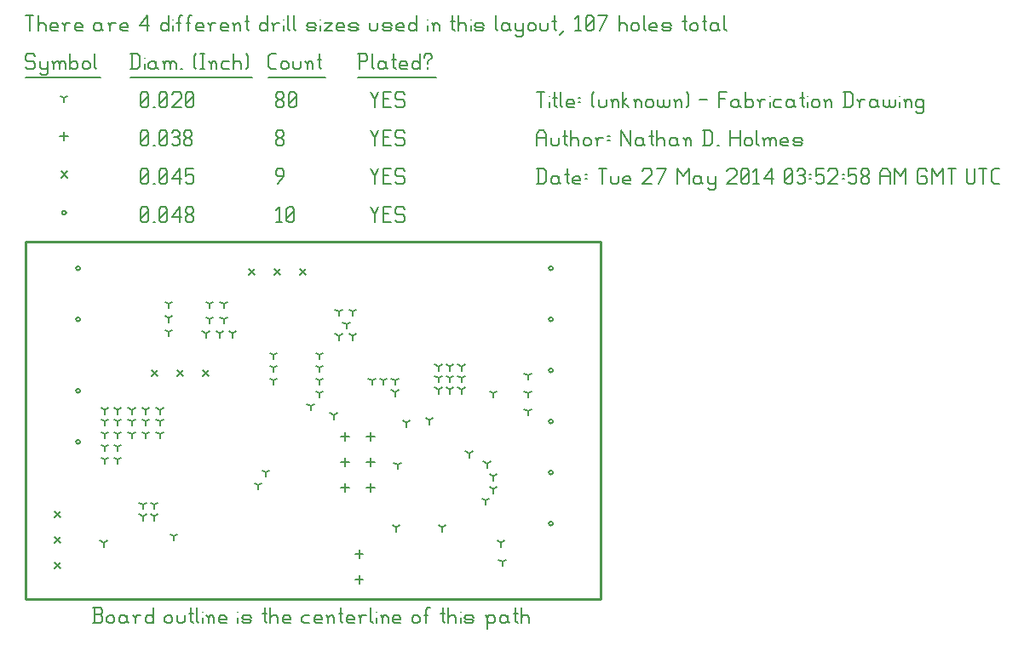
<source format=gbr>
G04 start of page 12 for group -3984 idx -3984 *
G04 Title: (unknown), fab *
G04 Creator: pcb 20110918 *
G04 CreationDate: Tue 27 May 2014 03:52:58 AM GMT UTC *
G04 For: ndholmes *
G04 Format: Gerber/RS-274X *
G04 PCB-Dimensions: 225000 140000 *
G04 PCB-Coordinate-Origin: lower left *
%MOIN*%
%FSLAX25Y25*%
%LNFAB*%
%ADD88C,0.0100*%
%ADD87C,0.0075*%
%ADD86C,0.0060*%
%ADD85R,0.0080X0.0080*%
G54D85*X19700Y81500D02*G75*G03X21300Y81500I800J0D01*G01*
G75*G03X19700Y81500I-800J0D01*G01*
Y61500D02*G75*G03X21300Y61500I800J0D01*G01*
G75*G03X19700Y61500I-800J0D01*G01*
Y129500D02*G75*G03X21300Y129500I800J0D01*G01*
G75*G03X19700Y129500I-800J0D01*G01*
Y109500D02*G75*G03X21300Y109500I800J0D01*G01*
G75*G03X19700Y109500I-800J0D01*G01*
X204700D02*G75*G03X206300Y109500I800J0D01*G01*
G75*G03X204700Y109500I-800J0D01*G01*
Y129500D02*G75*G03X206300Y129500I800J0D01*G01*
G75*G03X204700Y129500I-800J0D01*G01*
Y29500D02*G75*G03X206300Y29500I800J0D01*G01*
G75*G03X204700Y29500I-800J0D01*G01*
Y49500D02*G75*G03X206300Y49500I800J0D01*G01*
G75*G03X204700Y49500I-800J0D01*G01*
Y69500D02*G75*G03X206300Y69500I800J0D01*G01*
G75*G03X204700Y69500I-800J0D01*G01*
Y89500D02*G75*G03X206300Y89500I800J0D01*G01*
G75*G03X204700Y89500I-800J0D01*G01*
X14200Y151250D02*G75*G03X15800Y151250I800J0D01*G01*
G75*G03X14200Y151250I-800J0D01*G01*
G54D86*X135000Y153500D02*X136500Y150500D01*
X138000Y153500D01*
X136500Y150500D02*Y147500D01*
X139800Y150800D02*X142050D01*
X139800Y147500D02*X142800D01*
X139800Y153500D02*Y147500D01*
Y153500D02*X142800D01*
X147600D02*X148350Y152750D01*
X145350Y153500D02*X147600D01*
X144600Y152750D02*X145350Y153500D01*
X144600Y152750D02*Y151250D01*
X145350Y150500D01*
X147600D01*
X148350Y149750D01*
Y148250D01*
X147600Y147500D02*X148350Y148250D01*
X145350Y147500D02*X147600D01*
X144600Y148250D02*X145350Y147500D01*
X98000Y152300D02*X99200Y153500D01*
Y147500D01*
X98000D02*X100250D01*
X102050Y148250D02*X102800Y147500D01*
X102050Y152750D02*Y148250D01*
Y152750D02*X102800Y153500D01*
X104300D01*
X105050Y152750D01*
Y148250D01*
X104300Y147500D02*X105050Y148250D01*
X102800Y147500D02*X104300D01*
X102050Y149000D02*X105050Y152000D01*
X45000Y148250D02*X45750Y147500D01*
X45000Y152750D02*Y148250D01*
Y152750D02*X45750Y153500D01*
X47250D01*
X48000Y152750D01*
Y148250D01*
X47250Y147500D02*X48000Y148250D01*
X45750Y147500D02*X47250D01*
X45000Y149000D02*X48000Y152000D01*
X49800Y147500D02*X50550D01*
X52350Y148250D02*X53100Y147500D01*
X52350Y152750D02*Y148250D01*
Y152750D02*X53100Y153500D01*
X54600D01*
X55350Y152750D01*
Y148250D01*
X54600Y147500D02*X55350Y148250D01*
X53100Y147500D02*X54600D01*
X52350Y149000D02*X55350Y152000D01*
X57150Y149750D02*X60150Y153500D01*
X57150Y149750D02*X60900D01*
X60150Y153500D02*Y147500D01*
X62700Y148250D02*X63450Y147500D01*
X62700Y149450D02*Y148250D01*
Y149450D02*X63750Y150500D01*
X64650D01*
X65700Y149450D01*
Y148250D01*
X64950Y147500D02*X65700Y148250D01*
X63450Y147500D02*X64950D01*
X62700Y151550D02*X63750Y150500D01*
X62700Y152750D02*Y151550D01*
Y152750D02*X63450Y153500D01*
X64950D01*
X65700Y152750D01*
Y151550D01*
X64650Y150500D02*X65700Y151550D01*
X69300Y89700D02*X71700Y87300D01*
X69300D02*X71700Y89700D01*
X59300D02*X61700Y87300D01*
X59300D02*X61700Y89700D01*
X49300D02*X51700Y87300D01*
X49300D02*X51700Y89700D01*
X87300Y129200D02*X89700Y126800D01*
X87300D02*X89700Y129200D01*
X97300D02*X99700Y126800D01*
X97300D02*X99700Y129200D01*
X107300D02*X109700Y126800D01*
X107300D02*X109700Y129200D01*
X11300Y34200D02*X13700Y31800D01*
X11300D02*X13700Y34200D01*
X11300Y24200D02*X13700Y21800D01*
X11300D02*X13700Y24200D01*
X11300Y14200D02*X13700Y11800D01*
X11300D02*X13700Y14200D01*
X13800Y167450D02*X16200Y165050D01*
X13800D02*X16200Y167450D01*
X135000Y168500D02*X136500Y165500D01*
X138000Y168500D01*
X136500Y165500D02*Y162500D01*
X139800Y165800D02*X142050D01*
X139800Y162500D02*X142800D01*
X139800Y168500D02*Y162500D01*
Y168500D02*X142800D01*
X147600D02*X148350Y167750D01*
X145350Y168500D02*X147600D01*
X144600Y167750D02*X145350Y168500D01*
X144600Y167750D02*Y166250D01*
X145350Y165500D01*
X147600D01*
X148350Y164750D01*
Y163250D01*
X147600Y162500D02*X148350Y163250D01*
X145350Y162500D02*X147600D01*
X144600Y163250D02*X145350Y162500D01*
X98750D02*X101000Y165500D01*
Y167750D02*Y165500D01*
X100250Y168500D02*X101000Y167750D01*
X98750Y168500D02*X100250D01*
X98000Y167750D02*X98750Y168500D01*
X98000Y167750D02*Y166250D01*
X98750Y165500D01*
X101000D01*
X45000Y163250D02*X45750Y162500D01*
X45000Y167750D02*Y163250D01*
Y167750D02*X45750Y168500D01*
X47250D01*
X48000Y167750D01*
Y163250D01*
X47250Y162500D02*X48000Y163250D01*
X45750Y162500D02*X47250D01*
X45000Y164000D02*X48000Y167000D01*
X49800Y162500D02*X50550D01*
X52350Y163250D02*X53100Y162500D01*
X52350Y167750D02*Y163250D01*
Y167750D02*X53100Y168500D01*
X54600D01*
X55350Y167750D01*
Y163250D01*
X54600Y162500D02*X55350Y163250D01*
X53100Y162500D02*X54600D01*
X52350Y164000D02*X55350Y167000D01*
X57150Y164750D02*X60150Y168500D01*
X57150Y164750D02*X60900D01*
X60150Y168500D02*Y162500D01*
X62700Y168500D02*X65700D01*
X62700D02*Y165500D01*
X63450Y166250D01*
X64950D01*
X65700Y165500D01*
Y163250D01*
X64950Y162500D02*X65700Y163250D01*
X63450Y162500D02*X64950D01*
X62700Y163250D02*X63450Y162500D01*
X130500Y9100D02*Y5900D01*
X128900Y7500D02*X132100D01*
X130500Y19100D02*Y15900D01*
X128900Y17500D02*X132100D01*
X125000Y65100D02*Y61900D01*
X123400Y63500D02*X126600D01*
X125000Y55100D02*Y51900D01*
X123400Y53500D02*X126600D01*
X125000Y45100D02*Y41900D01*
X123400Y43500D02*X126600D01*
X135000Y65100D02*Y61900D01*
X133400Y63500D02*X136600D01*
X135000Y55100D02*Y51900D01*
X133400Y53500D02*X136600D01*
X135000Y45100D02*Y41900D01*
X133400Y43500D02*X136600D01*
X15000Y182850D02*Y179650D01*
X13400Y181250D02*X16600D01*
X135000Y183500D02*X136500Y180500D01*
X138000Y183500D01*
X136500Y180500D02*Y177500D01*
X139800Y180800D02*X142050D01*
X139800Y177500D02*X142800D01*
X139800Y183500D02*Y177500D01*
Y183500D02*X142800D01*
X147600D02*X148350Y182750D01*
X145350Y183500D02*X147600D01*
X144600Y182750D02*X145350Y183500D01*
X144600Y182750D02*Y181250D01*
X145350Y180500D01*
X147600D01*
X148350Y179750D01*
Y178250D01*
X147600Y177500D02*X148350Y178250D01*
X145350Y177500D02*X147600D01*
X144600Y178250D02*X145350Y177500D01*
X98000Y178250D02*X98750Y177500D01*
X98000Y179450D02*Y178250D01*
Y179450D02*X99050Y180500D01*
X99950D01*
X101000Y179450D01*
Y178250D01*
X100250Y177500D02*X101000Y178250D01*
X98750Y177500D02*X100250D01*
X98000Y181550D02*X99050Y180500D01*
X98000Y182750D02*Y181550D01*
Y182750D02*X98750Y183500D01*
X100250D01*
X101000Y182750D01*
Y181550D01*
X99950Y180500D02*X101000Y181550D01*
X45000Y178250D02*X45750Y177500D01*
X45000Y182750D02*Y178250D01*
Y182750D02*X45750Y183500D01*
X47250D01*
X48000Y182750D01*
Y178250D01*
X47250Y177500D02*X48000Y178250D01*
X45750Y177500D02*X47250D01*
X45000Y179000D02*X48000Y182000D01*
X49800Y177500D02*X50550D01*
X52350Y178250D02*X53100Y177500D01*
X52350Y182750D02*Y178250D01*
Y182750D02*X53100Y183500D01*
X54600D01*
X55350Y182750D01*
Y178250D01*
X54600Y177500D02*X55350Y178250D01*
X53100Y177500D02*X54600D01*
X52350Y179000D02*X55350Y182000D01*
X57150Y182750D02*X57900Y183500D01*
X59400D01*
X60150Y182750D01*
X59400Y177500D02*X60150Y178250D01*
X57900Y177500D02*X59400D01*
X57150Y178250D02*X57900Y177500D01*
Y180800D02*X59400D01*
X60150Y182750D02*Y181550D01*
Y180050D02*Y178250D01*
Y180050D02*X59400Y180800D01*
X60150Y181550D02*X59400Y180800D01*
X61950Y178250D02*X62700Y177500D01*
X61950Y179450D02*Y178250D01*
Y179450D02*X63000Y180500D01*
X63900D01*
X64950Y179450D01*
Y178250D01*
X64200Y177500D02*X64950Y178250D01*
X62700Y177500D02*X64200D01*
X61950Y181550D02*X63000Y180500D01*
X61950Y182750D02*Y181550D01*
Y182750D02*X62700Y183500D01*
X64200D01*
X64950Y182750D01*
Y181550D01*
X63900Y180500D02*X64950Y181550D01*
X72000Y115500D02*Y113900D01*
Y115500D02*X73387Y116300D01*
X72000Y115500D02*X70613Y116300D01*
X56000Y115500D02*Y113900D01*
Y115500D02*X57387Y116300D01*
X56000Y115500D02*X54613Y116300D01*
X56000Y110000D02*Y108400D01*
Y110000D02*X57387Y110800D01*
X56000Y110000D02*X54613Y110800D01*
X72000Y109500D02*Y107900D01*
Y109500D02*X73387Y110300D01*
X72000Y109500D02*X70613Y110300D01*
X56000Y104500D02*Y102900D01*
Y104500D02*X57387Y105300D01*
X56000Y104500D02*X54613Y105300D01*
X70500Y104000D02*Y102400D01*
Y104000D02*X71887Y104800D01*
X70500Y104000D02*X69113Y104800D01*
X77500Y115500D02*Y113900D01*
Y115500D02*X78887Y116300D01*
X77500Y115500D02*X76113Y116300D01*
X77500Y109500D02*Y107900D01*
Y109500D02*X78887Y110300D01*
X77500Y109500D02*X76113Y110300D01*
X97000Y95500D02*Y93900D01*
Y95500D02*X98387Y96300D01*
X97000Y95500D02*X95613Y96300D01*
X97000Y90500D02*Y88900D01*
Y90500D02*X98387Y91300D01*
X97000Y90500D02*X95613Y91300D01*
X97000Y85500D02*Y83900D01*
Y85500D02*X98387Y86300D01*
X97000Y85500D02*X95613Y86300D01*
X115000Y95500D02*Y93900D01*
Y95500D02*X116387Y96300D01*
X115000Y95500D02*X113613Y96300D01*
X115000Y90500D02*Y88900D01*
Y90500D02*X116387Y91300D01*
X115000Y90500D02*X113613Y91300D01*
X115000Y85500D02*Y83900D01*
Y85500D02*X116387Y86300D01*
X115000Y85500D02*X113613Y86300D01*
X115000Y80500D02*Y78900D01*
Y80500D02*X116387Y81300D01*
X115000Y80500D02*X113613Y81300D01*
X111500Y75500D02*Y73900D01*
Y75500D02*X112887Y76300D01*
X111500Y75500D02*X110113Y76300D01*
X31000Y54500D02*Y52900D01*
Y54500D02*X32387Y55300D01*
X31000Y54500D02*X29613Y55300D01*
X36000Y54500D02*Y52900D01*
Y54500D02*X37387Y55300D01*
X36000Y54500D02*X34613Y55300D01*
X31000Y59500D02*Y57900D01*
Y59500D02*X32387Y60300D01*
X31000Y59500D02*X29613Y60300D01*
X36000Y59500D02*Y57900D01*
Y59500D02*X37387Y60300D01*
X36000Y59500D02*X34613Y60300D01*
X31000Y64500D02*Y62900D01*
Y64500D02*X32387Y65300D01*
X31000Y64500D02*X29613Y65300D01*
X36000Y64500D02*Y62900D01*
Y64500D02*X37387Y65300D01*
X36000Y64500D02*X34613Y65300D01*
X31000Y69500D02*Y67900D01*
Y69500D02*X32387Y70300D01*
X31000Y69500D02*X29613Y70300D01*
X36000Y69500D02*Y67900D01*
Y69500D02*X37387Y70300D01*
X36000Y69500D02*X34613Y70300D01*
X45800Y36800D02*Y35200D01*
Y36800D02*X47187Y37600D01*
X45800Y36800D02*X44413Y37600D01*
X45800Y32300D02*Y30700D01*
Y32300D02*X47187Y33100D01*
X45800Y32300D02*X44413Y33100D01*
X50300Y36800D02*Y35200D01*
Y36800D02*X51687Y37600D01*
X50300Y36800D02*X48913Y37600D01*
X50300Y32300D02*Y30700D01*
Y32300D02*X51687Y33100D01*
X50300Y32300D02*X48913Y33100D01*
X58000Y24500D02*Y22900D01*
Y24500D02*X59387Y25300D01*
X58000Y24500D02*X56613Y25300D01*
X128000Y112500D02*Y110900D01*
Y112500D02*X129387Y113300D01*
X128000Y112500D02*X126613Y113300D01*
X122500Y112500D02*Y110900D01*
Y112500D02*X123887Y113300D01*
X122500Y112500D02*X121113Y113300D01*
X122500Y103000D02*Y101400D01*
Y103000D02*X123887Y103800D01*
X122500Y103000D02*X121113Y103800D01*
X128000Y103000D02*Y101400D01*
Y103000D02*X129387Y103800D01*
X128000Y103000D02*X126613Y103800D01*
X125500Y107500D02*Y105900D01*
Y107500D02*X126887Y108300D01*
X125500Y107500D02*X124113Y108300D01*
X135500Y85500D02*Y83900D01*
Y85500D02*X136887Y86300D01*
X135500Y85500D02*X134113Y86300D01*
X140000Y85500D02*Y83900D01*
Y85500D02*X141387Y86300D01*
X140000Y85500D02*X138613Y86300D01*
X145500Y52500D02*Y50900D01*
Y52500D02*X146887Y53300D01*
X145500Y52500D02*X144113Y53300D01*
X145000Y28000D02*Y26400D01*
Y28000D02*X146387Y28800D01*
X145000Y28000D02*X143613Y28800D01*
X158000Y70000D02*Y68400D01*
Y70000D02*X159387Y70800D01*
X158000Y70000D02*X156613Y70800D01*
X149000Y69000D02*Y67400D01*
Y69000D02*X150387Y69800D01*
X149000Y69000D02*X147613Y69800D01*
X186500Y14500D02*Y12900D01*
Y14500D02*X187887Y15300D01*
X186500Y14500D02*X185113Y15300D01*
X173500Y57000D02*Y55400D01*
Y57000D02*X174887Y57800D01*
X173500Y57000D02*X172113Y57800D01*
X180500Y53000D02*Y51400D01*
Y53000D02*X181887Y53800D01*
X180500Y53000D02*X179113Y53800D01*
X180000Y38500D02*Y36900D01*
Y38500D02*X181387Y39300D01*
X180000Y38500D02*X178613Y39300D01*
X183000Y43000D02*Y41400D01*
Y43000D02*X184387Y43800D01*
X183000Y43000D02*X181613Y43800D01*
X186000Y22000D02*Y20400D01*
Y22000D02*X187387Y22800D01*
X186000Y22000D02*X184613Y22800D01*
X163000Y28000D02*Y26400D01*
Y28000D02*X164387Y28800D01*
X163000Y28000D02*X161613Y28800D01*
X183000Y48000D02*Y46400D01*
Y48000D02*X184387Y48800D01*
X183000Y48000D02*X181613Y48800D01*
X183000Y80500D02*Y78900D01*
Y80500D02*X184387Y81300D01*
X183000Y80500D02*X181613Y81300D01*
X30500Y22000D02*Y20400D01*
Y22000D02*X31887Y22800D01*
X30500Y22000D02*X29113Y22800D01*
X196500Y87500D02*Y85900D01*
Y87500D02*X197887Y88300D01*
X196500Y87500D02*X195113Y88300D01*
X196500Y80500D02*Y78900D01*
Y80500D02*X197887Y81300D01*
X196500Y80500D02*X195113Y81300D01*
X196500Y73500D02*Y71900D01*
Y73500D02*X197887Y74300D01*
X196500Y73500D02*X195113Y74300D01*
X91000Y44500D02*Y42900D01*
Y44500D02*X92387Y45300D01*
X91000Y44500D02*X89613Y45300D01*
X144500Y85500D02*Y83900D01*
Y85500D02*X145887Y86300D01*
X144500Y85500D02*X143113Y86300D01*
X144500Y81000D02*Y79400D01*
Y81000D02*X145887Y81800D01*
X144500Y81000D02*X143113Y81800D01*
X161500Y91000D02*Y89400D01*
Y91000D02*X162887Y91800D01*
X161500Y91000D02*X160113Y91800D01*
X166000Y91000D02*Y89400D01*
Y91000D02*X167387Y91800D01*
X166000Y91000D02*X164613Y91800D01*
X170500Y91000D02*Y89400D01*
Y91000D02*X171887Y91800D01*
X170500Y91000D02*X169113Y91800D01*
X161500Y86500D02*Y84900D01*
Y86500D02*X162887Y87300D01*
X161500Y86500D02*X160113Y87300D01*
X166000Y86500D02*Y84900D01*
Y86500D02*X167387Y87300D01*
X166000Y86500D02*X164613Y87300D01*
X170500Y86500D02*Y84900D01*
Y86500D02*X171887Y87300D01*
X170500Y86500D02*X169113Y87300D01*
X161500Y82000D02*Y80400D01*
Y82000D02*X162887Y82800D01*
X161500Y82000D02*X160113Y82800D01*
X166000Y82000D02*Y80400D01*
Y82000D02*X167387Y82800D01*
X166000Y82000D02*X164613Y82800D01*
X170500Y82000D02*Y80400D01*
Y82000D02*X171887Y82800D01*
X170500Y82000D02*X169113Y82800D01*
X120500Y72000D02*Y70400D01*
Y72000D02*X121887Y72800D01*
X120500Y72000D02*X119113Y72800D01*
X31000Y74000D02*Y72400D01*
Y74000D02*X32387Y74800D01*
X31000Y74000D02*X29613Y74800D01*
X36000Y74000D02*Y72400D01*
Y74000D02*X37387Y74800D01*
X36000Y74000D02*X34613Y74800D01*
X52500Y74000D02*Y72400D01*
Y74000D02*X53887Y74800D01*
X52500Y74000D02*X51113Y74800D01*
X47000Y74000D02*Y72400D01*
Y74000D02*X48387Y74800D01*
X47000Y74000D02*X45613Y74800D01*
X41500Y74000D02*Y72400D01*
Y74000D02*X42887Y74800D01*
X41500Y74000D02*X40113Y74800D01*
X52500Y69500D02*Y67900D01*
Y69500D02*X53887Y70300D01*
X52500Y69500D02*X51113Y70300D01*
X41500Y69500D02*Y67900D01*
Y69500D02*X42887Y70300D01*
X41500Y69500D02*X40113Y70300D01*
X52500Y64500D02*Y62900D01*
Y64500D02*X53887Y65300D01*
X52500Y64500D02*X51113Y65300D01*
X47000Y64500D02*Y62900D01*
Y64500D02*X48387Y65300D01*
X47000Y64500D02*X45613Y65300D01*
X41500Y64500D02*Y62900D01*
Y64500D02*X42887Y65300D01*
X41500Y64500D02*X40113Y65300D01*
X47000Y69500D02*Y67900D01*
Y69500D02*X48387Y70300D01*
X47000Y69500D02*X45613Y70300D01*
X81000Y104000D02*Y102400D01*
Y104000D02*X82387Y104800D01*
X81000Y104000D02*X79613Y104800D01*
X76000Y104000D02*Y102400D01*
Y104000D02*X77387Y104800D01*
X76000Y104000D02*X74613Y104800D01*
X94000Y49500D02*Y47900D01*
Y49500D02*X95387Y50300D01*
X94000Y49500D02*X92613Y50300D01*
X15000Y196250D02*Y194650D01*
Y196250D02*X16387Y197050D01*
X15000Y196250D02*X13613Y197050D01*
X135000Y198500D02*X136500Y195500D01*
X138000Y198500D01*
X136500Y195500D02*Y192500D01*
X139800Y195800D02*X142050D01*
X139800Y192500D02*X142800D01*
X139800Y198500D02*Y192500D01*
Y198500D02*X142800D01*
X147600D02*X148350Y197750D01*
X145350Y198500D02*X147600D01*
X144600Y197750D02*X145350Y198500D01*
X144600Y197750D02*Y196250D01*
X145350Y195500D01*
X147600D01*
X148350Y194750D01*
Y193250D01*
X147600Y192500D02*X148350Y193250D01*
X145350Y192500D02*X147600D01*
X144600Y193250D02*X145350Y192500D01*
X98000Y193250D02*X98750Y192500D01*
X98000Y194450D02*Y193250D01*
Y194450D02*X99050Y195500D01*
X99950D01*
X101000Y194450D01*
Y193250D01*
X100250Y192500D02*X101000Y193250D01*
X98750Y192500D02*X100250D01*
X98000Y196550D02*X99050Y195500D01*
X98000Y197750D02*Y196550D01*
Y197750D02*X98750Y198500D01*
X100250D01*
X101000Y197750D01*
Y196550D01*
X99950Y195500D02*X101000Y196550D01*
X102800Y193250D02*X103550Y192500D01*
X102800Y197750D02*Y193250D01*
Y197750D02*X103550Y198500D01*
X105050D01*
X105800Y197750D01*
Y193250D01*
X105050Y192500D02*X105800Y193250D01*
X103550Y192500D02*X105050D01*
X102800Y194000D02*X105800Y197000D01*
X45000Y193250D02*X45750Y192500D01*
X45000Y197750D02*Y193250D01*
Y197750D02*X45750Y198500D01*
X47250D01*
X48000Y197750D01*
Y193250D01*
X47250Y192500D02*X48000Y193250D01*
X45750Y192500D02*X47250D01*
X45000Y194000D02*X48000Y197000D01*
X49800Y192500D02*X50550D01*
X52350Y193250D02*X53100Y192500D01*
X52350Y197750D02*Y193250D01*
Y197750D02*X53100Y198500D01*
X54600D01*
X55350Y197750D01*
Y193250D01*
X54600Y192500D02*X55350Y193250D01*
X53100Y192500D02*X54600D01*
X52350Y194000D02*X55350Y197000D01*
X57150Y197750D02*X57900Y198500D01*
X60150D01*
X60900Y197750D01*
Y196250D01*
X57150Y192500D02*X60900Y196250D01*
X57150Y192500D02*X60900D01*
X62700Y193250D02*X63450Y192500D01*
X62700Y197750D02*Y193250D01*
Y197750D02*X63450Y198500D01*
X64950D01*
X65700Y197750D01*
Y193250D01*
X64950Y192500D02*X65700Y193250D01*
X63450Y192500D02*X64950D01*
X62700Y194000D02*X65700Y197000D01*
X3000Y213500D02*X3750Y212750D01*
X750Y213500D02*X3000D01*
X0Y212750D02*X750Y213500D01*
X0Y212750D02*Y211250D01*
X750Y210500D01*
X3000D01*
X3750Y209750D01*
Y208250D01*
X3000Y207500D02*X3750Y208250D01*
X750Y207500D02*X3000D01*
X0Y208250D02*X750Y207500D01*
X5550Y210500D02*Y208250D01*
X6300Y207500D01*
X8550Y210500D02*Y206000D01*
X7800Y205250D02*X8550Y206000D01*
X6300Y205250D02*X7800D01*
X5550Y206000D02*X6300Y205250D01*
Y207500D02*X7800D01*
X8550Y208250D01*
X11100Y209750D02*Y207500D01*
Y209750D02*X11850Y210500D01*
X12600D01*
X13350Y209750D01*
Y207500D01*
Y209750D02*X14100Y210500D01*
X14850D01*
X15600Y209750D01*
Y207500D01*
X10350Y210500D02*X11100Y209750D01*
X17400Y213500D02*Y207500D01*
Y208250D02*X18150Y207500D01*
X19650D01*
X20400Y208250D01*
Y209750D02*Y208250D01*
X19650Y210500D02*X20400Y209750D01*
X18150Y210500D02*X19650D01*
X17400Y209750D02*X18150Y210500D01*
X22200Y209750D02*Y208250D01*
Y209750D02*X22950Y210500D01*
X24450D01*
X25200Y209750D01*
Y208250D01*
X24450Y207500D02*X25200Y208250D01*
X22950Y207500D02*X24450D01*
X22200Y208250D02*X22950Y207500D01*
X27000Y213500D02*Y208250D01*
X27750Y207500D01*
X0Y204250D02*X29250D01*
X41750Y213500D02*Y207500D01*
X43700Y213500D02*X44750Y212450D01*
Y208550D01*
X43700Y207500D02*X44750Y208550D01*
X41000Y207500D02*X43700D01*
X41000Y213500D02*X43700D01*
G54D87*X46550Y212000D02*Y211850D01*
G54D86*Y209750D02*Y207500D01*
X50300Y210500D02*X51050Y209750D01*
X48800Y210500D02*X50300D01*
X48050Y209750D02*X48800Y210500D01*
X48050Y209750D02*Y208250D01*
X48800Y207500D01*
X51050Y210500D02*Y208250D01*
X51800Y207500D01*
X48800D02*X50300D01*
X51050Y208250D01*
X54350Y209750D02*Y207500D01*
Y209750D02*X55100Y210500D01*
X55850D01*
X56600Y209750D01*
Y207500D01*
Y209750D02*X57350Y210500D01*
X58100D01*
X58850Y209750D01*
Y207500D01*
X53600Y210500D02*X54350Y209750D01*
X60650Y207500D02*X61400D01*
X65900Y208250D02*X66650Y207500D01*
X65900Y212750D02*X66650Y213500D01*
X65900Y212750D02*Y208250D01*
X68450Y213500D02*X69950D01*
X69200D02*Y207500D01*
X68450D02*X69950D01*
X72500Y209750D02*Y207500D01*
Y209750D02*X73250Y210500D01*
X74000D01*
X74750Y209750D01*
Y207500D01*
X71750Y210500D02*X72500Y209750D01*
X77300Y210500D02*X79550D01*
X76550Y209750D02*X77300Y210500D01*
X76550Y209750D02*Y208250D01*
X77300Y207500D01*
X79550D01*
X81350Y213500D02*Y207500D01*
Y209750D02*X82100Y210500D01*
X83600D01*
X84350Y209750D01*
Y207500D01*
X86150Y213500D02*X86900Y212750D01*
Y208250D01*
X86150Y207500D02*X86900Y208250D01*
X41000Y204250D02*X88700D01*
X96050Y207500D02*X98000D01*
X95000Y208550D02*X96050Y207500D01*
X95000Y212450D02*Y208550D01*
Y212450D02*X96050Y213500D01*
X98000D01*
X99800Y209750D02*Y208250D01*
Y209750D02*X100550Y210500D01*
X102050D01*
X102800Y209750D01*
Y208250D01*
X102050Y207500D02*X102800Y208250D01*
X100550Y207500D02*X102050D01*
X99800Y208250D02*X100550Y207500D01*
X104600Y210500D02*Y208250D01*
X105350Y207500D01*
X106850D01*
X107600Y208250D01*
Y210500D02*Y208250D01*
X110150Y209750D02*Y207500D01*
Y209750D02*X110900Y210500D01*
X111650D01*
X112400Y209750D01*
Y207500D01*
X109400Y210500D02*X110150Y209750D01*
X114950Y213500D02*Y208250D01*
X115700Y207500D01*
X114200Y211250D02*X115700D01*
X95000Y204250D02*X117200D01*
X130750Y213500D02*Y207500D01*
X130000Y213500D02*X133000D01*
X133750Y212750D01*
Y211250D01*
X133000Y210500D02*X133750Y211250D01*
X130750Y210500D02*X133000D01*
X135550Y213500D02*Y208250D01*
X136300Y207500D01*
X140050Y210500D02*X140800Y209750D01*
X138550Y210500D02*X140050D01*
X137800Y209750D02*X138550Y210500D01*
X137800Y209750D02*Y208250D01*
X138550Y207500D01*
X140800Y210500D02*Y208250D01*
X141550Y207500D01*
X138550D02*X140050D01*
X140800Y208250D01*
X144100Y213500D02*Y208250D01*
X144850Y207500D01*
X143350Y211250D02*X144850D01*
X147100Y207500D02*X149350D01*
X146350Y208250D02*X147100Y207500D01*
X146350Y209750D02*Y208250D01*
Y209750D02*X147100Y210500D01*
X148600D01*
X149350Y209750D01*
X146350Y209000D02*X149350D01*
Y209750D02*Y209000D01*
X154150Y213500D02*Y207500D01*
X153400D02*X154150Y208250D01*
X151900Y207500D02*X153400D01*
X151150Y208250D02*X151900Y207500D01*
X151150Y209750D02*Y208250D01*
Y209750D02*X151900Y210500D01*
X153400D01*
X154150Y209750D01*
X157450Y210500D02*Y209750D01*
Y208250D02*Y207500D01*
X155950Y212750D02*Y212000D01*
Y212750D02*X156700Y213500D01*
X158200D01*
X158950Y212750D01*
Y212000D01*
X157450Y210500D02*X158950Y212000D01*
X130000Y204250D02*X160750D01*
X0Y228500D02*X3000D01*
X1500D02*Y222500D01*
X4800Y228500D02*Y222500D01*
Y224750D02*X5550Y225500D01*
X7050D01*
X7800Y224750D01*
Y222500D01*
X10350D02*X12600D01*
X9600Y223250D02*X10350Y222500D01*
X9600Y224750D02*Y223250D01*
Y224750D02*X10350Y225500D01*
X11850D01*
X12600Y224750D01*
X9600Y224000D02*X12600D01*
Y224750D02*Y224000D01*
X15150Y224750D02*Y222500D01*
Y224750D02*X15900Y225500D01*
X17400D01*
X14400D02*X15150Y224750D01*
X19950Y222500D02*X22200D01*
X19200Y223250D02*X19950Y222500D01*
X19200Y224750D02*Y223250D01*
Y224750D02*X19950Y225500D01*
X21450D01*
X22200Y224750D01*
X19200Y224000D02*X22200D01*
Y224750D02*Y224000D01*
X28950Y225500D02*X29700Y224750D01*
X27450Y225500D02*X28950D01*
X26700Y224750D02*X27450Y225500D01*
X26700Y224750D02*Y223250D01*
X27450Y222500D01*
X29700Y225500D02*Y223250D01*
X30450Y222500D01*
X27450D02*X28950D01*
X29700Y223250D01*
X33000Y224750D02*Y222500D01*
Y224750D02*X33750Y225500D01*
X35250D01*
X32250D02*X33000Y224750D01*
X37800Y222500D02*X40050D01*
X37050Y223250D02*X37800Y222500D01*
X37050Y224750D02*Y223250D01*
Y224750D02*X37800Y225500D01*
X39300D01*
X40050Y224750D01*
X37050Y224000D02*X40050D01*
Y224750D02*Y224000D01*
X44550Y224750D02*X47550Y228500D01*
X44550Y224750D02*X48300D01*
X47550Y228500D02*Y222500D01*
X55800Y228500D02*Y222500D01*
X55050D02*X55800Y223250D01*
X53550Y222500D02*X55050D01*
X52800Y223250D02*X53550Y222500D01*
X52800Y224750D02*Y223250D01*
Y224750D02*X53550Y225500D01*
X55050D01*
X55800Y224750D01*
G54D87*X57600Y227000D02*Y226850D01*
G54D86*Y224750D02*Y222500D01*
X59850Y227750D02*Y222500D01*
Y227750D02*X60600Y228500D01*
X61350D01*
X59100Y225500D02*X60600D01*
X63600Y227750D02*Y222500D01*
Y227750D02*X64350Y228500D01*
X65100D01*
X62850Y225500D02*X64350D01*
X67350Y222500D02*X69600D01*
X66600Y223250D02*X67350Y222500D01*
X66600Y224750D02*Y223250D01*
Y224750D02*X67350Y225500D01*
X68850D01*
X69600Y224750D01*
X66600Y224000D02*X69600D01*
Y224750D02*Y224000D01*
X72150Y224750D02*Y222500D01*
Y224750D02*X72900Y225500D01*
X74400D01*
X71400D02*X72150Y224750D01*
X76950Y222500D02*X79200D01*
X76200Y223250D02*X76950Y222500D01*
X76200Y224750D02*Y223250D01*
Y224750D02*X76950Y225500D01*
X78450D01*
X79200Y224750D01*
X76200Y224000D02*X79200D01*
Y224750D02*Y224000D01*
X81750Y224750D02*Y222500D01*
Y224750D02*X82500Y225500D01*
X83250D01*
X84000Y224750D01*
Y222500D01*
X81000Y225500D02*X81750Y224750D01*
X86550Y228500D02*Y223250D01*
X87300Y222500D01*
X85800Y226250D02*X87300D01*
X94500Y228500D02*Y222500D01*
X93750D02*X94500Y223250D01*
X92250Y222500D02*X93750D01*
X91500Y223250D02*X92250Y222500D01*
X91500Y224750D02*Y223250D01*
Y224750D02*X92250Y225500D01*
X93750D01*
X94500Y224750D01*
X97050D02*Y222500D01*
Y224750D02*X97800Y225500D01*
X99300D01*
X96300D02*X97050Y224750D01*
G54D87*X101100Y227000D02*Y226850D01*
G54D86*Y224750D02*Y222500D01*
X102600Y228500D02*Y223250D01*
X103350Y222500D01*
X104850Y228500D02*Y223250D01*
X105600Y222500D01*
X110550D02*X112800D01*
X113550Y223250D01*
X112800Y224000D02*X113550Y223250D01*
X110550Y224000D02*X112800D01*
X109800Y224750D02*X110550Y224000D01*
X109800Y224750D02*X110550Y225500D01*
X112800D01*
X113550Y224750D01*
X109800Y223250D02*X110550Y222500D01*
G54D87*X115350Y227000D02*Y226850D01*
G54D86*Y224750D02*Y222500D01*
X116850Y225500D02*X119850D01*
X116850Y222500D02*X119850Y225500D01*
X116850Y222500D02*X119850D01*
X122400D02*X124650D01*
X121650Y223250D02*X122400Y222500D01*
X121650Y224750D02*Y223250D01*
Y224750D02*X122400Y225500D01*
X123900D01*
X124650Y224750D01*
X121650Y224000D02*X124650D01*
Y224750D02*Y224000D01*
X127200Y222500D02*X129450D01*
X130200Y223250D01*
X129450Y224000D02*X130200Y223250D01*
X127200Y224000D02*X129450D01*
X126450Y224750D02*X127200Y224000D01*
X126450Y224750D02*X127200Y225500D01*
X129450D01*
X130200Y224750D01*
X126450Y223250D02*X127200Y222500D01*
X134700Y225500D02*Y223250D01*
X135450Y222500D01*
X136950D01*
X137700Y223250D01*
Y225500D02*Y223250D01*
X140250Y222500D02*X142500D01*
X143250Y223250D01*
X142500Y224000D02*X143250Y223250D01*
X140250Y224000D02*X142500D01*
X139500Y224750D02*X140250Y224000D01*
X139500Y224750D02*X140250Y225500D01*
X142500D01*
X143250Y224750D01*
X139500Y223250D02*X140250Y222500D01*
X145800D02*X148050D01*
X145050Y223250D02*X145800Y222500D01*
X145050Y224750D02*Y223250D01*
Y224750D02*X145800Y225500D01*
X147300D01*
X148050Y224750D01*
X145050Y224000D02*X148050D01*
Y224750D02*Y224000D01*
X152850Y228500D02*Y222500D01*
X152100D02*X152850Y223250D01*
X150600Y222500D02*X152100D01*
X149850Y223250D02*X150600Y222500D01*
X149850Y224750D02*Y223250D01*
Y224750D02*X150600Y225500D01*
X152100D01*
X152850Y224750D01*
G54D87*X157350Y227000D02*Y226850D01*
G54D86*Y224750D02*Y222500D01*
X159600Y224750D02*Y222500D01*
Y224750D02*X160350Y225500D01*
X161100D01*
X161850Y224750D01*
Y222500D01*
X158850Y225500D02*X159600Y224750D01*
X167100Y228500D02*Y223250D01*
X167850Y222500D01*
X166350Y226250D02*X167850D01*
X169350Y228500D02*Y222500D01*
Y224750D02*X170100Y225500D01*
X171600D01*
X172350Y224750D01*
Y222500D01*
G54D87*X174150Y227000D02*Y226850D01*
G54D86*Y224750D02*Y222500D01*
X176400D02*X178650D01*
X179400Y223250D01*
X178650Y224000D02*X179400Y223250D01*
X176400Y224000D02*X178650D01*
X175650Y224750D02*X176400Y224000D01*
X175650Y224750D02*X176400Y225500D01*
X178650D01*
X179400Y224750D01*
X175650Y223250D02*X176400Y222500D01*
X183900Y228500D02*Y223250D01*
X184650Y222500D01*
X188400Y225500D02*X189150Y224750D01*
X186900Y225500D02*X188400D01*
X186150Y224750D02*X186900Y225500D01*
X186150Y224750D02*Y223250D01*
X186900Y222500D01*
X189150Y225500D02*Y223250D01*
X189900Y222500D01*
X186900D02*X188400D01*
X189150Y223250D01*
X191700Y225500D02*Y223250D01*
X192450Y222500D01*
X194700Y225500D02*Y221000D01*
X193950Y220250D02*X194700Y221000D01*
X192450Y220250D02*X193950D01*
X191700Y221000D02*X192450Y220250D01*
Y222500D02*X193950D01*
X194700Y223250D01*
X196500Y224750D02*Y223250D01*
Y224750D02*X197250Y225500D01*
X198750D01*
X199500Y224750D01*
Y223250D01*
X198750Y222500D02*X199500Y223250D01*
X197250Y222500D02*X198750D01*
X196500Y223250D02*X197250Y222500D01*
X201300Y225500D02*Y223250D01*
X202050Y222500D01*
X203550D01*
X204300Y223250D01*
Y225500D02*Y223250D01*
X206850Y228500D02*Y223250D01*
X207600Y222500D01*
X206100Y226250D02*X207600D01*
X209100Y221000D02*X210600Y222500D01*
X215100Y227300D02*X216300Y228500D01*
Y222500D01*
X215100D02*X217350D01*
X219150Y223250D02*X219900Y222500D01*
X219150Y227750D02*Y223250D01*
Y227750D02*X219900Y228500D01*
X221400D01*
X222150Y227750D01*
Y223250D01*
X221400Y222500D02*X222150Y223250D01*
X219900Y222500D02*X221400D01*
X219150Y224000D02*X222150Y227000D01*
X224700Y222500D02*X227700Y228500D01*
X223950D02*X227700D01*
X232200D02*Y222500D01*
Y224750D02*X232950Y225500D01*
X234450D01*
X235200Y224750D01*
Y222500D01*
X237000Y224750D02*Y223250D01*
Y224750D02*X237750Y225500D01*
X239250D01*
X240000Y224750D01*
Y223250D01*
X239250Y222500D02*X240000Y223250D01*
X237750Y222500D02*X239250D01*
X237000Y223250D02*X237750Y222500D01*
X241800Y228500D02*Y223250D01*
X242550Y222500D01*
X244800D02*X247050D01*
X244050Y223250D02*X244800Y222500D01*
X244050Y224750D02*Y223250D01*
Y224750D02*X244800Y225500D01*
X246300D01*
X247050Y224750D01*
X244050Y224000D02*X247050D01*
Y224750D02*Y224000D01*
X249600Y222500D02*X251850D01*
X252600Y223250D01*
X251850Y224000D02*X252600Y223250D01*
X249600Y224000D02*X251850D01*
X248850Y224750D02*X249600Y224000D01*
X248850Y224750D02*X249600Y225500D01*
X251850D01*
X252600Y224750D01*
X248850Y223250D02*X249600Y222500D01*
X257850Y228500D02*Y223250D01*
X258600Y222500D01*
X257100Y226250D02*X258600D01*
X260100Y224750D02*Y223250D01*
Y224750D02*X260850Y225500D01*
X262350D01*
X263100Y224750D01*
Y223250D01*
X262350Y222500D02*X263100Y223250D01*
X260850Y222500D02*X262350D01*
X260100Y223250D02*X260850Y222500D01*
X265650Y228500D02*Y223250D01*
X266400Y222500D01*
X264900Y226250D02*X266400D01*
X270150Y225500D02*X270900Y224750D01*
X268650Y225500D02*X270150D01*
X267900Y224750D02*X268650Y225500D01*
X267900Y224750D02*Y223250D01*
X268650Y222500D01*
X270900Y225500D02*Y223250D01*
X271650Y222500D01*
X268650D02*X270150D01*
X270900Y223250D01*
X273450Y228500D02*Y223250D01*
X274200Y222500D01*
G54D88*X0Y140000D02*X180000D01*
X0Y58000D02*Y140000D01*
X179000D02*X225000D01*
Y0D01*
X0D01*
Y78000D01*
G54D86*X26175Y-9500D02*X29175D01*
X29925Y-8750D01*
Y-6950D02*Y-8750D01*
X29175Y-6200D02*X29925Y-6950D01*
X26925Y-6200D02*X29175D01*
X26925Y-3500D02*Y-9500D01*
X26175Y-3500D02*X29175D01*
X29925Y-4250D01*
Y-5450D01*
X29175Y-6200D02*X29925Y-5450D01*
X31725Y-7250D02*Y-8750D01*
Y-7250D02*X32475Y-6500D01*
X33975D01*
X34725Y-7250D01*
Y-8750D01*
X33975Y-9500D02*X34725Y-8750D01*
X32475Y-9500D02*X33975D01*
X31725Y-8750D02*X32475Y-9500D01*
X38775Y-6500D02*X39525Y-7250D01*
X37275Y-6500D02*X38775D01*
X36525Y-7250D02*X37275Y-6500D01*
X36525Y-7250D02*Y-8750D01*
X37275Y-9500D01*
X39525Y-6500D02*Y-8750D01*
X40275Y-9500D01*
X37275D02*X38775D01*
X39525Y-8750D01*
X42825Y-7250D02*Y-9500D01*
Y-7250D02*X43575Y-6500D01*
X45075D01*
X42075D02*X42825Y-7250D01*
X49875Y-3500D02*Y-9500D01*
X49125D02*X49875Y-8750D01*
X47625Y-9500D02*X49125D01*
X46875Y-8750D02*X47625Y-9500D01*
X46875Y-7250D02*Y-8750D01*
Y-7250D02*X47625Y-6500D01*
X49125D01*
X49875Y-7250D01*
X54375D02*Y-8750D01*
Y-7250D02*X55125Y-6500D01*
X56625D01*
X57375Y-7250D01*
Y-8750D01*
X56625Y-9500D02*X57375Y-8750D01*
X55125Y-9500D02*X56625D01*
X54375Y-8750D02*X55125Y-9500D01*
X59175Y-6500D02*Y-8750D01*
X59925Y-9500D01*
X61425D01*
X62175Y-8750D01*
Y-6500D02*Y-8750D01*
X64725Y-3500D02*Y-8750D01*
X65475Y-9500D01*
X63975Y-5750D02*X65475D01*
X66975Y-3500D02*Y-8750D01*
X67725Y-9500D01*
G54D87*X69225Y-5000D02*Y-5150D01*
G54D86*Y-7250D02*Y-9500D01*
X71475Y-7250D02*Y-9500D01*
Y-7250D02*X72225Y-6500D01*
X72975D01*
X73725Y-7250D01*
Y-9500D01*
X70725Y-6500D02*X71475Y-7250D01*
X76275Y-9500D02*X78525D01*
X75525Y-8750D02*X76275Y-9500D01*
X75525Y-7250D02*Y-8750D01*
Y-7250D02*X76275Y-6500D01*
X77775D01*
X78525Y-7250D01*
X75525Y-8000D02*X78525D01*
Y-7250D02*Y-8000D01*
G54D87*X83025Y-5000D02*Y-5150D01*
G54D86*Y-7250D02*Y-9500D01*
X85275D02*X87525D01*
X88275Y-8750D01*
X87525Y-8000D02*X88275Y-8750D01*
X85275Y-8000D02*X87525D01*
X84525Y-7250D02*X85275Y-8000D01*
X84525Y-7250D02*X85275Y-6500D01*
X87525D01*
X88275Y-7250D01*
X84525Y-8750D02*X85275Y-9500D01*
X93525Y-3500D02*Y-8750D01*
X94275Y-9500D01*
X92775Y-5750D02*X94275D01*
X95775Y-3500D02*Y-9500D01*
Y-7250D02*X96525Y-6500D01*
X98025D01*
X98775Y-7250D01*
Y-9500D01*
X101325D02*X103575D01*
X100575Y-8750D02*X101325Y-9500D01*
X100575Y-7250D02*Y-8750D01*
Y-7250D02*X101325Y-6500D01*
X102825D01*
X103575Y-7250D01*
X100575Y-8000D02*X103575D01*
Y-7250D02*Y-8000D01*
X108825Y-6500D02*X111075D01*
X108075Y-7250D02*X108825Y-6500D01*
X108075Y-7250D02*Y-8750D01*
X108825Y-9500D01*
X111075D01*
X113625D02*X115875D01*
X112875Y-8750D02*X113625Y-9500D01*
X112875Y-7250D02*Y-8750D01*
Y-7250D02*X113625Y-6500D01*
X115125D01*
X115875Y-7250D01*
X112875Y-8000D02*X115875D01*
Y-7250D02*Y-8000D01*
X118425Y-7250D02*Y-9500D01*
Y-7250D02*X119175Y-6500D01*
X119925D01*
X120675Y-7250D01*
Y-9500D01*
X117675Y-6500D02*X118425Y-7250D01*
X123225Y-3500D02*Y-8750D01*
X123975Y-9500D01*
X122475Y-5750D02*X123975D01*
X126225Y-9500D02*X128475D01*
X125475Y-8750D02*X126225Y-9500D01*
X125475Y-7250D02*Y-8750D01*
Y-7250D02*X126225Y-6500D01*
X127725D01*
X128475Y-7250D01*
X125475Y-8000D02*X128475D01*
Y-7250D02*Y-8000D01*
X131025Y-7250D02*Y-9500D01*
Y-7250D02*X131775Y-6500D01*
X133275D01*
X130275D02*X131025Y-7250D01*
X135075Y-3500D02*Y-8750D01*
X135825Y-9500D01*
G54D87*X137325Y-5000D02*Y-5150D01*
G54D86*Y-7250D02*Y-9500D01*
X139575Y-7250D02*Y-9500D01*
Y-7250D02*X140325Y-6500D01*
X141075D01*
X141825Y-7250D01*
Y-9500D01*
X138825Y-6500D02*X139575Y-7250D01*
X144375Y-9500D02*X146625D01*
X143625Y-8750D02*X144375Y-9500D01*
X143625Y-7250D02*Y-8750D01*
Y-7250D02*X144375Y-6500D01*
X145875D01*
X146625Y-7250D01*
X143625Y-8000D02*X146625D01*
Y-7250D02*Y-8000D01*
X151125Y-7250D02*Y-8750D01*
Y-7250D02*X151875Y-6500D01*
X153375D01*
X154125Y-7250D01*
Y-8750D01*
X153375Y-9500D02*X154125Y-8750D01*
X151875Y-9500D02*X153375D01*
X151125Y-8750D02*X151875Y-9500D01*
X156675Y-4250D02*Y-9500D01*
Y-4250D02*X157425Y-3500D01*
X158175D01*
X155925Y-6500D02*X157425D01*
X163125Y-3500D02*Y-8750D01*
X163875Y-9500D01*
X162375Y-5750D02*X163875D01*
X165375Y-3500D02*Y-9500D01*
Y-7250D02*X166125Y-6500D01*
X167625D01*
X168375Y-7250D01*
Y-9500D01*
G54D87*X170175Y-5000D02*Y-5150D01*
G54D86*Y-7250D02*Y-9500D01*
X172425D02*X174675D01*
X175425Y-8750D01*
X174675Y-8000D02*X175425Y-8750D01*
X172425Y-8000D02*X174675D01*
X171675Y-7250D02*X172425Y-8000D01*
X171675Y-7250D02*X172425Y-6500D01*
X174675D01*
X175425Y-7250D01*
X171675Y-8750D02*X172425Y-9500D01*
X180675Y-7250D02*Y-11750D01*
X179925Y-6500D02*X180675Y-7250D01*
X181425Y-6500D01*
X182925D01*
X183675Y-7250D01*
Y-8750D01*
X182925Y-9500D02*X183675Y-8750D01*
X181425Y-9500D02*X182925D01*
X180675Y-8750D02*X181425Y-9500D01*
X187725Y-6500D02*X188475Y-7250D01*
X186225Y-6500D02*X187725D01*
X185475Y-7250D02*X186225Y-6500D01*
X185475Y-7250D02*Y-8750D01*
X186225Y-9500D01*
X188475Y-6500D02*Y-8750D01*
X189225Y-9500D01*
X186225D02*X187725D01*
X188475Y-8750D01*
X191775Y-3500D02*Y-8750D01*
X192525Y-9500D01*
X191025Y-5750D02*X192525D01*
X194025Y-3500D02*Y-9500D01*
Y-7250D02*X194775Y-6500D01*
X196275D01*
X197025Y-7250D01*
Y-9500D01*
X200750Y168500D02*Y162500D01*
X202700Y168500D02*X203750Y167450D01*
Y163550D01*
X202700Y162500D02*X203750Y163550D01*
X200000Y162500D02*X202700D01*
X200000Y168500D02*X202700D01*
X207800Y165500D02*X208550Y164750D01*
X206300Y165500D02*X207800D01*
X205550Y164750D02*X206300Y165500D01*
X205550Y164750D02*Y163250D01*
X206300Y162500D01*
X208550Y165500D02*Y163250D01*
X209300Y162500D01*
X206300D02*X207800D01*
X208550Y163250D01*
X211850Y168500D02*Y163250D01*
X212600Y162500D01*
X211100Y166250D02*X212600D01*
X214850Y162500D02*X217100D01*
X214100Y163250D02*X214850Y162500D01*
X214100Y164750D02*Y163250D01*
Y164750D02*X214850Y165500D01*
X216350D01*
X217100Y164750D01*
X214100Y164000D02*X217100D01*
Y164750D02*Y164000D01*
X218900Y166250D02*X219650D01*
X218900Y164750D02*X219650D01*
X224150Y168500D02*X227150D01*
X225650D02*Y162500D01*
X228950Y165500D02*Y163250D01*
X229700Y162500D01*
X231200D01*
X231950Y163250D01*
Y165500D02*Y163250D01*
X234500Y162500D02*X236750D01*
X233750Y163250D02*X234500Y162500D01*
X233750Y164750D02*Y163250D01*
Y164750D02*X234500Y165500D01*
X236000D01*
X236750Y164750D01*
X233750Y164000D02*X236750D01*
Y164750D02*Y164000D01*
X241250Y167750D02*X242000Y168500D01*
X244250D01*
X245000Y167750D01*
Y166250D01*
X241250Y162500D02*X245000Y166250D01*
X241250Y162500D02*X245000D01*
X247550D02*X250550Y168500D01*
X246800D02*X250550D01*
X255050D02*Y162500D01*
Y168500D02*X257300Y165500D01*
X259550Y168500D01*
Y162500D01*
X263600Y165500D02*X264350Y164750D01*
X262100Y165500D02*X263600D01*
X261350Y164750D02*X262100Y165500D01*
X261350Y164750D02*Y163250D01*
X262100Y162500D01*
X264350Y165500D02*Y163250D01*
X265100Y162500D01*
X262100D02*X263600D01*
X264350Y163250D01*
X266900Y165500D02*Y163250D01*
X267650Y162500D01*
X269900Y165500D02*Y161000D01*
X269150Y160250D02*X269900Y161000D01*
X267650Y160250D02*X269150D01*
X266900Y161000D02*X267650Y160250D01*
Y162500D02*X269150D01*
X269900Y163250D01*
X274400Y167750D02*X275150Y168500D01*
X277400D01*
X278150Y167750D01*
Y166250D01*
X274400Y162500D02*X278150Y166250D01*
X274400Y162500D02*X278150D01*
X279950Y163250D02*X280700Y162500D01*
X279950Y167750D02*Y163250D01*
Y167750D02*X280700Y168500D01*
X282200D01*
X282950Y167750D01*
Y163250D01*
X282200Y162500D02*X282950Y163250D01*
X280700Y162500D02*X282200D01*
X279950Y164000D02*X282950Y167000D01*
X284750Y167300D02*X285950Y168500D01*
Y162500D01*
X284750D02*X287000D01*
X288800Y164750D02*X291800Y168500D01*
X288800Y164750D02*X292550D01*
X291800Y168500D02*Y162500D01*
X297050Y163250D02*X297800Y162500D01*
X297050Y167750D02*Y163250D01*
Y167750D02*X297800Y168500D01*
X299300D01*
X300050Y167750D01*
Y163250D01*
X299300Y162500D02*X300050Y163250D01*
X297800Y162500D02*X299300D01*
X297050Y164000D02*X300050Y167000D01*
X301850Y167750D02*X302600Y168500D01*
X304100D01*
X304850Y167750D01*
X304100Y162500D02*X304850Y163250D01*
X302600Y162500D02*X304100D01*
X301850Y163250D02*X302600Y162500D01*
Y165800D02*X304100D01*
X304850Y167750D02*Y166550D01*
Y165050D02*Y163250D01*
Y165050D02*X304100Y165800D01*
X304850Y166550D02*X304100Y165800D01*
X306650Y166250D02*X307400D01*
X306650Y164750D02*X307400D01*
X309200Y168500D02*X312200D01*
X309200D02*Y165500D01*
X309950Y166250D01*
X311450D01*
X312200Y165500D01*
Y163250D01*
X311450Y162500D02*X312200Y163250D01*
X309950Y162500D02*X311450D01*
X309200Y163250D02*X309950Y162500D01*
X314000Y167750D02*X314750Y168500D01*
X317000D01*
X317750Y167750D01*
Y166250D01*
X314000Y162500D02*X317750Y166250D01*
X314000Y162500D02*X317750D01*
X319550Y166250D02*X320300D01*
X319550Y164750D02*X320300D01*
X322100Y168500D02*X325100D01*
X322100D02*Y165500D01*
X322850Y166250D01*
X324350D01*
X325100Y165500D01*
Y163250D01*
X324350Y162500D02*X325100Y163250D01*
X322850Y162500D02*X324350D01*
X322100Y163250D02*X322850Y162500D01*
X326900Y163250D02*X327650Y162500D01*
X326900Y164450D02*Y163250D01*
Y164450D02*X327950Y165500D01*
X328850D01*
X329900Y164450D01*
Y163250D01*
X329150Y162500D02*X329900Y163250D01*
X327650Y162500D02*X329150D01*
X326900Y166550D02*X327950Y165500D01*
X326900Y167750D02*Y166550D01*
Y167750D02*X327650Y168500D01*
X329150D01*
X329900Y167750D01*
Y166550D01*
X328850Y165500D02*X329900Y166550D01*
X334400Y167000D02*Y162500D01*
Y167000D02*X335450Y168500D01*
X337100D01*
X338150Y167000D01*
Y162500D01*
X334400Y165500D02*X338150D01*
X339950Y168500D02*Y162500D01*
Y168500D02*X342200Y165500D01*
X344450Y168500D01*
Y162500D01*
X351950Y168500D02*X352700Y167750D01*
X349700Y168500D02*X351950D01*
X348950Y167750D02*X349700Y168500D01*
X348950Y167750D02*Y163250D01*
X349700Y162500D01*
X351950D01*
X352700Y163250D01*
Y164750D02*Y163250D01*
X351950Y165500D02*X352700Y164750D01*
X350450Y165500D02*X351950D01*
X354500Y168500D02*Y162500D01*
Y168500D02*X356750Y165500D01*
X359000Y168500D01*
Y162500D01*
X360800Y168500D02*X363800D01*
X362300D02*Y162500D01*
X368300Y168500D02*Y163250D01*
X369050Y162500D01*
X370550D01*
X371300Y163250D01*
Y168500D02*Y163250D01*
X373100Y168500D02*X376100D01*
X374600D02*Y162500D01*
X378950D02*X380900D01*
X377900Y163550D02*X378950Y162500D01*
X377900Y167450D02*Y163550D01*
Y167450D02*X378950Y168500D01*
X380900D01*
X200000Y182000D02*Y177500D01*
Y182000D02*X201050Y183500D01*
X202700D01*
X203750Y182000D01*
Y177500D01*
X200000Y180500D02*X203750D01*
X205550D02*Y178250D01*
X206300Y177500D01*
X207800D01*
X208550Y178250D01*
Y180500D02*Y178250D01*
X211100Y183500D02*Y178250D01*
X211850Y177500D01*
X210350Y181250D02*X211850D01*
X213350Y183500D02*Y177500D01*
Y179750D02*X214100Y180500D01*
X215600D01*
X216350Y179750D01*
Y177500D01*
X218150Y179750D02*Y178250D01*
Y179750D02*X218900Y180500D01*
X220400D01*
X221150Y179750D01*
Y178250D01*
X220400Y177500D02*X221150Y178250D01*
X218900Y177500D02*X220400D01*
X218150Y178250D02*X218900Y177500D01*
X223700Y179750D02*Y177500D01*
Y179750D02*X224450Y180500D01*
X225950D01*
X222950D02*X223700Y179750D01*
X227750Y181250D02*X228500D01*
X227750Y179750D02*X228500D01*
X233000Y183500D02*Y177500D01*
Y183500D02*X236750Y177500D01*
Y183500D02*Y177500D01*
X240800Y180500D02*X241550Y179750D01*
X239300Y180500D02*X240800D01*
X238550Y179750D02*X239300Y180500D01*
X238550Y179750D02*Y178250D01*
X239300Y177500D01*
X241550Y180500D02*Y178250D01*
X242300Y177500D01*
X239300D02*X240800D01*
X241550Y178250D01*
X244850Y183500D02*Y178250D01*
X245600Y177500D01*
X244100Y181250D02*X245600D01*
X247100Y183500D02*Y177500D01*
Y179750D02*X247850Y180500D01*
X249350D01*
X250100Y179750D01*
Y177500D01*
X254150Y180500D02*X254900Y179750D01*
X252650Y180500D02*X254150D01*
X251900Y179750D02*X252650Y180500D01*
X251900Y179750D02*Y178250D01*
X252650Y177500D01*
X254900Y180500D02*Y178250D01*
X255650Y177500D01*
X252650D02*X254150D01*
X254900Y178250D01*
X258200Y179750D02*Y177500D01*
Y179750D02*X258950Y180500D01*
X259700D01*
X260450Y179750D01*
Y177500D01*
X257450Y180500D02*X258200Y179750D01*
X265700Y183500D02*Y177500D01*
X267650Y183500D02*X268700Y182450D01*
Y178550D01*
X267650Y177500D02*X268700Y178550D01*
X264950Y177500D02*X267650D01*
X264950Y183500D02*X267650D01*
X270500Y177500D02*X271250D01*
X275750Y183500D02*Y177500D01*
X279500Y183500D02*Y177500D01*
X275750Y180500D02*X279500D01*
X281300Y179750D02*Y178250D01*
Y179750D02*X282050Y180500D01*
X283550D01*
X284300Y179750D01*
Y178250D01*
X283550Y177500D02*X284300Y178250D01*
X282050Y177500D02*X283550D01*
X281300Y178250D02*X282050Y177500D01*
X286100Y183500D02*Y178250D01*
X286850Y177500D01*
X289100Y179750D02*Y177500D01*
Y179750D02*X289850Y180500D01*
X290600D01*
X291350Y179750D01*
Y177500D01*
Y179750D02*X292100Y180500D01*
X292850D01*
X293600Y179750D01*
Y177500D01*
X288350Y180500D02*X289100Y179750D01*
X296150Y177500D02*X298400D01*
X295400Y178250D02*X296150Y177500D01*
X295400Y179750D02*Y178250D01*
Y179750D02*X296150Y180500D01*
X297650D01*
X298400Y179750D01*
X295400Y179000D02*X298400D01*
Y179750D02*Y179000D01*
X300950Y177500D02*X303200D01*
X303950Y178250D01*
X303200Y179000D02*X303950Y178250D01*
X300950Y179000D02*X303200D01*
X300200Y179750D02*X300950Y179000D01*
X300200Y179750D02*X300950Y180500D01*
X303200D01*
X303950Y179750D01*
X300200Y178250D02*X300950Y177500D01*
X200000Y198500D02*X203000D01*
X201500D02*Y192500D01*
G54D87*X204800Y197000D02*Y196850D01*
G54D86*Y194750D02*Y192500D01*
X207050Y198500D02*Y193250D01*
X207800Y192500D01*
X206300Y196250D02*X207800D01*
X209300Y198500D02*Y193250D01*
X210050Y192500D01*
X212300D02*X214550D01*
X211550Y193250D02*X212300Y192500D01*
X211550Y194750D02*Y193250D01*
Y194750D02*X212300Y195500D01*
X213800D01*
X214550Y194750D01*
X211550Y194000D02*X214550D01*
Y194750D02*Y194000D01*
X216350Y196250D02*X217100D01*
X216350Y194750D02*X217100D01*
X221600Y193250D02*X222350Y192500D01*
X221600Y197750D02*X222350Y198500D01*
X221600Y197750D02*Y193250D01*
X224150Y195500D02*Y193250D01*
X224900Y192500D01*
X226400D01*
X227150Y193250D01*
Y195500D02*Y193250D01*
X229700Y194750D02*Y192500D01*
Y194750D02*X230450Y195500D01*
X231200D01*
X231950Y194750D01*
Y192500D01*
X228950Y195500D02*X229700Y194750D01*
X233750Y198500D02*Y192500D01*
Y194750D02*X236000Y192500D01*
X233750Y194750D02*X235250Y196250D01*
X238550Y194750D02*Y192500D01*
Y194750D02*X239300Y195500D01*
X240050D01*
X240800Y194750D01*
Y192500D01*
X237800Y195500D02*X238550Y194750D01*
X242600D02*Y193250D01*
Y194750D02*X243350Y195500D01*
X244850D01*
X245600Y194750D01*
Y193250D01*
X244850Y192500D02*X245600Y193250D01*
X243350Y192500D02*X244850D01*
X242600Y193250D02*X243350Y192500D01*
X247400Y195500D02*Y193250D01*
X248150Y192500D01*
X248900D01*
X249650Y193250D01*
Y195500D02*Y193250D01*
X250400Y192500D01*
X251150D01*
X251900Y193250D01*
Y195500D02*Y193250D01*
X254450Y194750D02*Y192500D01*
Y194750D02*X255200Y195500D01*
X255950D01*
X256700Y194750D01*
Y192500D01*
X253700Y195500D02*X254450Y194750D01*
X258500Y198500D02*X259250Y197750D01*
Y193250D01*
X258500Y192500D02*X259250Y193250D01*
X263750Y195500D02*X266750D01*
X271250Y198500D02*Y192500D01*
Y198500D02*X274250D01*
X271250Y195800D02*X273500D01*
X278300Y195500D02*X279050Y194750D01*
X276800Y195500D02*X278300D01*
X276050Y194750D02*X276800Y195500D01*
X276050Y194750D02*Y193250D01*
X276800Y192500D01*
X279050Y195500D02*Y193250D01*
X279800Y192500D01*
X276800D02*X278300D01*
X279050Y193250D01*
X281600Y198500D02*Y192500D01*
Y193250D02*X282350Y192500D01*
X283850D01*
X284600Y193250D01*
Y194750D02*Y193250D01*
X283850Y195500D02*X284600Y194750D01*
X282350Y195500D02*X283850D01*
X281600Y194750D02*X282350Y195500D01*
X287150Y194750D02*Y192500D01*
Y194750D02*X287900Y195500D01*
X289400D01*
X286400D02*X287150Y194750D01*
G54D87*X291200Y197000D02*Y196850D01*
G54D86*Y194750D02*Y192500D01*
X293450Y195500D02*X295700D01*
X292700Y194750D02*X293450Y195500D01*
X292700Y194750D02*Y193250D01*
X293450Y192500D01*
X295700D01*
X299750Y195500D02*X300500Y194750D01*
X298250Y195500D02*X299750D01*
X297500Y194750D02*X298250Y195500D01*
X297500Y194750D02*Y193250D01*
X298250Y192500D01*
X300500Y195500D02*Y193250D01*
X301250Y192500D01*
X298250D02*X299750D01*
X300500Y193250D01*
X303800Y198500D02*Y193250D01*
X304550Y192500D01*
X303050Y196250D02*X304550D01*
G54D87*X306050Y197000D02*Y196850D01*
G54D86*Y194750D02*Y192500D01*
X307550Y194750D02*Y193250D01*
Y194750D02*X308300Y195500D01*
X309800D01*
X310550Y194750D01*
Y193250D01*
X309800Y192500D02*X310550Y193250D01*
X308300Y192500D02*X309800D01*
X307550Y193250D02*X308300Y192500D01*
X313100Y194750D02*Y192500D01*
Y194750D02*X313850Y195500D01*
X314600D01*
X315350Y194750D01*
Y192500D01*
X312350Y195500D02*X313100Y194750D01*
X320600Y198500D02*Y192500D01*
X322550Y198500D02*X323600Y197450D01*
Y193550D01*
X322550Y192500D02*X323600Y193550D01*
X319850Y192500D02*X322550D01*
X319850Y198500D02*X322550D01*
X326150Y194750D02*Y192500D01*
Y194750D02*X326900Y195500D01*
X328400D01*
X325400D02*X326150Y194750D01*
X332450Y195500D02*X333200Y194750D01*
X330950Y195500D02*X332450D01*
X330200Y194750D02*X330950Y195500D01*
X330200Y194750D02*Y193250D01*
X330950Y192500D01*
X333200Y195500D02*Y193250D01*
X333950Y192500D01*
X330950D02*X332450D01*
X333200Y193250D01*
X335750Y195500D02*Y193250D01*
X336500Y192500D01*
X337250D01*
X338000Y193250D01*
Y195500D02*Y193250D01*
X338750Y192500D01*
X339500D01*
X340250Y193250D01*
Y195500D02*Y193250D01*
G54D87*X342050Y197000D02*Y196850D01*
G54D86*Y194750D02*Y192500D01*
X344300Y194750D02*Y192500D01*
Y194750D02*X345050Y195500D01*
X345800D01*
X346550Y194750D01*
Y192500D01*
X343550Y195500D02*X344300Y194750D01*
X350600Y195500D02*X351350Y194750D01*
X349100Y195500D02*X350600D01*
X348350Y194750D02*X349100Y195500D01*
X348350Y194750D02*Y193250D01*
X349100Y192500D01*
X350600D01*
X351350Y193250D01*
X348350Y191000D02*X349100Y190250D01*
X350600D01*
X351350Y191000D01*
Y195500D02*Y191000D01*
M02*

</source>
